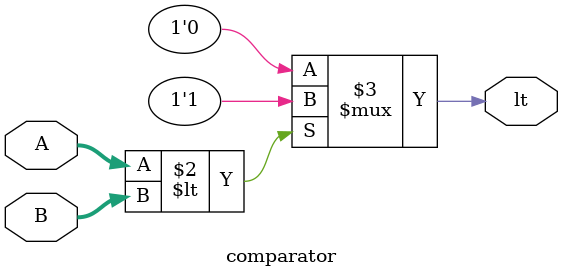
<source format=v>
module comparator(A, B, lt);
parameter Data_width = 4;
input [Data_width - 1:0] A;
input [Data_width - 1:0] B;
output reg lt;

always @ (A or B)
begin
    lt <= 1'b0;
    if (A < B)
        lt <= 1'b1;
end
endmodule
</source>
